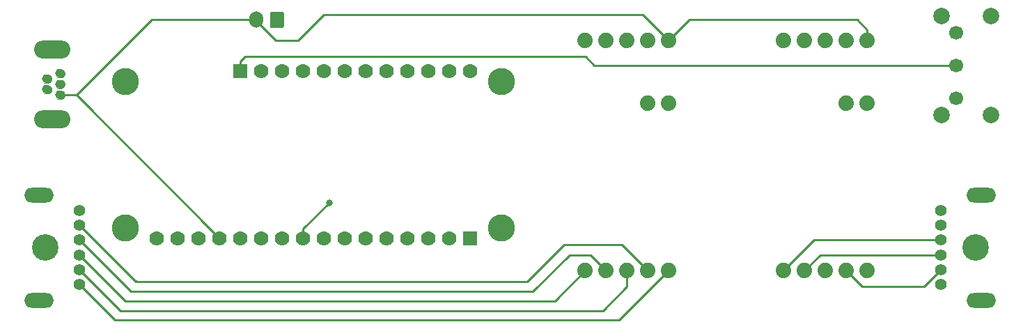
<source format=gbr>
G04 #@! TF.GenerationSoftware,KiCad,Pcbnew,5.0.2-5.fc29*
G04 #@! TF.CreationDate,2019-03-22T17:39:01+01:00*
G04 #@! TF.ProjectId,beieliscale-kicad,62656965-6c69-4736-9361-6c652d6b6963,rev?*
G04 #@! TF.SameCoordinates,Original*
G04 #@! TF.FileFunction,Copper,L1,Top*
G04 #@! TF.FilePolarity,Positive*
%FSLAX46Y46*%
G04 Gerber Fmt 4.6, Leading zero omitted, Abs format (unit mm)*
G04 Created by KiCad (PCBNEW 5.0.2-5.fc29) date Fr 22 Mär 2019 17:39:01 CET*
%MOMM*%
%LPD*%
G01*
G04 APERTURE LIST*
G04 #@! TA.AperFunction,EtchedComponent*
%ADD10C,0.000100*%
G04 #@! TD*
G04 #@! TA.AperFunction,ComponentPad*
%ADD11C,1.778000*%
G04 #@! TD*
G04 #@! TA.AperFunction,ComponentPad*
%ADD12R,1.778000X1.778000*%
G04 #@! TD*
G04 #@! TA.AperFunction,ComponentPad*
%ADD13C,3.302000*%
G04 #@! TD*
G04 #@! TA.AperFunction,ComponentPad*
%ADD14C,1.879600*%
G04 #@! TD*
G04 #@! TA.AperFunction,ComponentPad*
%ADD15C,3.216000*%
G04 #@! TD*
G04 #@! TA.AperFunction,ComponentPad*
%ADD16C,1.408000*%
G04 #@! TD*
G04 #@! TA.AperFunction,ComponentPad*
%ADD17O,3.600000X1.800000*%
G04 #@! TD*
G04 #@! TA.AperFunction,ComponentPad*
%ADD18C,1.000000*%
G04 #@! TD*
G04 #@! TA.AperFunction,ComponentPad*
%ADD19O,4.400000X2.200000*%
G04 #@! TD*
G04 #@! TA.AperFunction,Conductor*
%ADD20C,0.100000*%
G04 #@! TD*
G04 #@! TA.AperFunction,ComponentPad*
%ADD21C,1.700000*%
G04 #@! TD*
G04 #@! TA.AperFunction,ComponentPad*
%ADD22O,1.700000X2.000000*%
G04 #@! TD*
G04 #@! TA.AperFunction,ComponentPad*
%ADD23C,2.000000*%
G04 #@! TD*
G04 #@! TA.AperFunction,ViaPad*
%ADD24C,0.800000*%
G04 #@! TD*
G04 #@! TA.AperFunction,Conductor*
%ADD25C,0.250000*%
G04 #@! TD*
G04 APERTURE END LIST*
D10*
G04 #@! TO.C,J3*
X79540000Y-65935000D02*
X79840000Y-65935000D01*
G36*
X79540000Y-65935000D02*
X79740000Y-65935000D01*
X79766180Y-65935000D01*
X79818300Y-65940476D01*
X79869560Y-65951369D01*
X79919410Y-65967562D01*
X79967280Y-65988876D01*
X80012670Y-66015077D01*
X80055070Y-66045880D01*
X80094020Y-66080945D01*
X80129090Y-66119890D01*
X80159900Y-66162287D01*
X80186100Y-66207672D01*
X80207420Y-66255548D01*
X80223620Y-66305390D01*
X80234520Y-66356652D01*
X80240000Y-66408772D01*
X80240000Y-66461180D01*
X80234520Y-66513301D01*
X80223630Y-66564564D01*
X80207440Y-66614407D01*
X80186120Y-66662285D01*
X80159920Y-66707672D01*
X80129120Y-66750073D01*
X80094050Y-66789021D01*
X80055110Y-66824090D01*
X80012710Y-66854897D01*
X79967330Y-66881103D01*
X79919450Y-66902421D01*
X79869610Y-66918618D01*
X79818350Y-66929517D01*
X79766230Y-66934997D01*
X79740000Y-66935000D01*
X79540000Y-66935000D01*
X79540000Y-66785000D01*
X79549163Y-66785000D01*
X79567468Y-66784041D01*
X79585698Y-66782125D01*
X79603802Y-66779258D01*
X79621732Y-66775447D01*
X79639437Y-66770702D01*
X79656870Y-66765038D01*
X79673983Y-66758469D01*
X79690729Y-66751014D01*
X79707061Y-66742692D01*
X79722935Y-66733527D01*
X79738308Y-66723544D01*
X79753140Y-66712770D01*
X79767380Y-66701235D01*
X79781010Y-66688969D01*
X79793970Y-66676008D01*
X79806230Y-66662386D01*
X79817770Y-66648141D01*
X79828540Y-66633312D01*
X79838530Y-66617939D01*
X79847690Y-66602065D01*
X79856010Y-66585732D01*
X79863470Y-66568987D01*
X79870040Y-66551874D01*
X79875700Y-66534441D01*
X79880450Y-66516736D01*
X79884260Y-66498806D01*
X79887120Y-66480702D01*
X79889040Y-66462472D01*
X79890000Y-66444167D01*
X79890000Y-66435000D01*
X79890000Y-66425837D01*
X79889040Y-66407532D01*
X79887120Y-66389302D01*
X79884260Y-66371198D01*
X79880450Y-66353268D01*
X79875700Y-66335563D01*
X79870040Y-66318130D01*
X79863470Y-66301017D01*
X79856010Y-66284271D01*
X79847690Y-66267939D01*
X79838530Y-66252065D01*
X79828540Y-66236692D01*
X79817770Y-66221862D01*
X79806230Y-66207617D01*
X79793970Y-66193995D01*
X79781010Y-66181033D01*
X79767390Y-66168768D01*
X79753140Y-66157232D01*
X79738312Y-66146458D01*
X79722939Y-66136475D01*
X79707065Y-66127310D01*
X79690732Y-66118988D01*
X79673987Y-66111532D01*
X79656874Y-66104963D01*
X79639441Y-66099299D01*
X79621736Y-66094554D01*
X79603806Y-66090743D01*
X79585702Y-66087876D01*
X79567472Y-66085960D01*
X79549167Y-66085000D01*
X79540000Y-66085000D01*
X79540000Y-65935000D01*
G37*
X79540000Y-65935000D02*
X79740000Y-65935000D01*
X79766180Y-65935000D01*
X79818300Y-65940476D01*
X79869560Y-65951369D01*
X79919410Y-65967562D01*
X79967280Y-65988876D01*
X80012670Y-66015077D01*
X80055070Y-66045880D01*
X80094020Y-66080945D01*
X80129090Y-66119890D01*
X80159900Y-66162287D01*
X80186100Y-66207672D01*
X80207420Y-66255548D01*
X80223620Y-66305390D01*
X80234520Y-66356652D01*
X80240000Y-66408772D01*
X80240000Y-66461180D01*
X80234520Y-66513301D01*
X80223630Y-66564564D01*
X80207440Y-66614407D01*
X80186120Y-66662285D01*
X80159920Y-66707672D01*
X80129120Y-66750073D01*
X80094050Y-66789021D01*
X80055110Y-66824090D01*
X80012710Y-66854897D01*
X79967330Y-66881103D01*
X79919450Y-66902421D01*
X79869610Y-66918618D01*
X79818350Y-66929517D01*
X79766230Y-66934997D01*
X79740000Y-66935000D01*
X79540000Y-66935000D01*
X79540000Y-66785000D01*
X79549163Y-66785000D01*
X79567468Y-66784041D01*
X79585698Y-66782125D01*
X79603802Y-66779258D01*
X79621732Y-66775447D01*
X79639437Y-66770702D01*
X79656870Y-66765038D01*
X79673983Y-66758469D01*
X79690729Y-66751014D01*
X79707061Y-66742692D01*
X79722935Y-66733527D01*
X79738308Y-66723544D01*
X79753140Y-66712770D01*
X79767380Y-66701235D01*
X79781010Y-66688969D01*
X79793970Y-66676008D01*
X79806230Y-66662386D01*
X79817770Y-66648141D01*
X79828540Y-66633312D01*
X79838530Y-66617939D01*
X79847690Y-66602065D01*
X79856010Y-66585732D01*
X79863470Y-66568987D01*
X79870040Y-66551874D01*
X79875700Y-66534441D01*
X79880450Y-66516736D01*
X79884260Y-66498806D01*
X79887120Y-66480702D01*
X79889040Y-66462472D01*
X79890000Y-66444167D01*
X79890000Y-66435000D01*
X79890000Y-66425837D01*
X79889040Y-66407532D01*
X79887120Y-66389302D01*
X79884260Y-66371198D01*
X79880450Y-66353268D01*
X79875700Y-66335563D01*
X79870040Y-66318130D01*
X79863470Y-66301017D01*
X79856010Y-66284271D01*
X79847690Y-66267939D01*
X79838530Y-66252065D01*
X79828540Y-66236692D01*
X79817770Y-66221862D01*
X79806230Y-66207617D01*
X79793970Y-66193995D01*
X79781010Y-66181033D01*
X79767390Y-66168768D01*
X79753140Y-66157232D01*
X79738312Y-66146458D01*
X79722939Y-66136475D01*
X79707065Y-66127310D01*
X79690732Y-66118988D01*
X79673987Y-66111532D01*
X79656874Y-66104963D01*
X79639441Y-66099299D01*
X79621736Y-66094554D01*
X79603806Y-66090743D01*
X79585702Y-66087876D01*
X79567472Y-66085960D01*
X79549167Y-66085000D01*
X79540000Y-66085000D01*
X79540000Y-65935000D01*
G36*
X79540000Y-66935000D02*
X79340000Y-66935000D01*
X79366180Y-66935000D01*
X79418301Y-66929524D01*
X79469564Y-66918631D01*
X79519407Y-66902438D01*
X79567285Y-66881124D01*
X79612672Y-66854923D01*
X79655073Y-66824120D01*
X79694021Y-66789055D01*
X79729090Y-66750110D01*
X79759900Y-66707713D01*
X79786100Y-66662328D01*
X79807420Y-66614452D01*
X79823620Y-66564610D01*
X79834520Y-66513348D01*
X79840000Y-66461228D01*
X79840000Y-66408820D01*
X79834520Y-66356699D01*
X79823630Y-66305436D01*
X79807440Y-66255593D01*
X79786120Y-66207715D01*
X79759920Y-66162328D01*
X79729120Y-66119927D01*
X79694055Y-66080979D01*
X79655110Y-66045910D01*
X79612713Y-66015103D01*
X79567328Y-65988897D01*
X79519452Y-65967579D01*
X79469610Y-65951382D01*
X79418348Y-65940483D01*
X79366228Y-65935003D01*
X79340000Y-65935000D01*
X79540000Y-65935000D01*
X79540000Y-66085000D01*
X79530837Y-66085000D01*
X79512532Y-66085959D01*
X79494302Y-66087875D01*
X79476198Y-66090742D01*
X79458268Y-66094553D01*
X79440563Y-66099298D01*
X79423130Y-66104962D01*
X79406017Y-66111531D01*
X79389271Y-66118986D01*
X79372939Y-66127308D01*
X79357065Y-66136473D01*
X79341692Y-66146456D01*
X79326862Y-66157230D01*
X79312617Y-66168765D01*
X79298995Y-66181031D01*
X79286033Y-66193992D01*
X79273768Y-66207614D01*
X79262232Y-66221859D01*
X79251458Y-66236688D01*
X79241475Y-66252061D01*
X79232310Y-66267935D01*
X79223988Y-66284268D01*
X79216532Y-66301013D01*
X79209963Y-66318126D01*
X79204299Y-66335559D01*
X79199554Y-66353264D01*
X79195743Y-66371194D01*
X79192876Y-66389298D01*
X79190960Y-66407528D01*
X79190000Y-66425833D01*
X79190000Y-66435000D01*
X79190000Y-66444163D01*
X79190959Y-66462468D01*
X79192875Y-66480698D01*
X79195742Y-66498802D01*
X79199553Y-66516732D01*
X79204298Y-66534437D01*
X79209962Y-66551870D01*
X79216531Y-66568983D01*
X79223986Y-66585729D01*
X79232308Y-66602061D01*
X79241473Y-66617935D01*
X79251456Y-66633308D01*
X79262230Y-66648138D01*
X79273765Y-66662383D01*
X79286031Y-66676005D01*
X79298992Y-66688967D01*
X79312614Y-66701232D01*
X79326859Y-66712768D01*
X79341688Y-66723542D01*
X79357061Y-66733525D01*
X79372935Y-66742690D01*
X79389268Y-66751012D01*
X79406013Y-66758468D01*
X79423126Y-66765037D01*
X79440559Y-66770701D01*
X79458264Y-66775446D01*
X79476194Y-66779257D01*
X79494298Y-66782124D01*
X79512528Y-66784040D01*
X79530833Y-66785000D01*
X79540000Y-66785000D01*
X79540000Y-66935000D01*
G37*
X79540000Y-66935000D02*
X79340000Y-66935000D01*
X79366180Y-66935000D01*
X79418301Y-66929524D01*
X79469564Y-66918631D01*
X79519407Y-66902438D01*
X79567285Y-66881124D01*
X79612672Y-66854923D01*
X79655073Y-66824120D01*
X79694021Y-66789055D01*
X79729090Y-66750110D01*
X79759900Y-66707713D01*
X79786100Y-66662328D01*
X79807420Y-66614452D01*
X79823620Y-66564610D01*
X79834520Y-66513348D01*
X79840000Y-66461228D01*
X79840000Y-66408820D01*
X79834520Y-66356699D01*
X79823630Y-66305436D01*
X79807440Y-66255593D01*
X79786120Y-66207715D01*
X79759920Y-66162328D01*
X79729120Y-66119927D01*
X79694055Y-66080979D01*
X79655110Y-66045910D01*
X79612713Y-66015103D01*
X79567328Y-65988897D01*
X79519452Y-65967579D01*
X79469610Y-65951382D01*
X79418348Y-65940483D01*
X79366228Y-65935003D01*
X79340000Y-65935000D01*
X79540000Y-65935000D01*
X79540000Y-66085000D01*
X79530837Y-66085000D01*
X79512532Y-66085959D01*
X79494302Y-66087875D01*
X79476198Y-66090742D01*
X79458268Y-66094553D01*
X79440563Y-66099298D01*
X79423130Y-66104962D01*
X79406017Y-66111531D01*
X79389271Y-66118986D01*
X79372939Y-66127308D01*
X79357065Y-66136473D01*
X79341692Y-66146456D01*
X79326862Y-66157230D01*
X79312617Y-66168765D01*
X79298995Y-66181031D01*
X79286033Y-66193992D01*
X79273768Y-66207614D01*
X79262232Y-66221859D01*
X79251458Y-66236688D01*
X79241475Y-66252061D01*
X79232310Y-66267935D01*
X79223988Y-66284268D01*
X79216532Y-66301013D01*
X79209963Y-66318126D01*
X79204299Y-66335559D01*
X79199554Y-66353264D01*
X79195743Y-66371194D01*
X79192876Y-66389298D01*
X79190960Y-66407528D01*
X79190000Y-66425833D01*
X79190000Y-66435000D01*
X79190000Y-66444163D01*
X79190959Y-66462468D01*
X79192875Y-66480698D01*
X79195742Y-66498802D01*
X79199553Y-66516732D01*
X79204298Y-66534437D01*
X79209962Y-66551870D01*
X79216531Y-66568983D01*
X79223986Y-66585729D01*
X79232308Y-66602061D01*
X79241473Y-66617935D01*
X79251456Y-66633308D01*
X79262230Y-66648138D01*
X79273765Y-66662383D01*
X79286031Y-66676005D01*
X79298992Y-66688967D01*
X79312614Y-66701232D01*
X79326859Y-66712768D01*
X79341688Y-66723542D01*
X79357061Y-66733525D01*
X79372935Y-66742690D01*
X79389268Y-66751012D01*
X79406013Y-66758468D01*
X79423126Y-66765037D01*
X79440559Y-66770701D01*
X79458264Y-66775446D01*
X79476194Y-66779257D01*
X79494298Y-66782124D01*
X79512528Y-66784040D01*
X79530833Y-66785000D01*
X79540000Y-66785000D01*
X79540000Y-66935000D01*
X79540000Y-64635000D02*
X79840000Y-64635000D01*
G36*
X79540000Y-64635000D02*
X79740000Y-64635000D01*
X79766180Y-64635000D01*
X79818300Y-64640480D01*
X79869560Y-64651370D01*
X79919410Y-64667560D01*
X79967280Y-64688880D01*
X80012670Y-64715080D01*
X80055070Y-64745880D01*
X80094020Y-64780950D01*
X80129090Y-64819890D01*
X80159900Y-64862290D01*
X80186100Y-64907670D01*
X80207420Y-64955550D01*
X80223620Y-65005390D01*
X80234520Y-65056650D01*
X80240000Y-65108770D01*
X80240000Y-65161180D01*
X80234520Y-65213300D01*
X80223630Y-65264560D01*
X80207440Y-65314410D01*
X80186120Y-65362280D01*
X80159920Y-65407670D01*
X80129120Y-65450073D01*
X80094050Y-65489021D01*
X80055110Y-65524090D01*
X80012710Y-65554897D01*
X79967330Y-65581103D01*
X79919450Y-65602421D01*
X79869610Y-65618618D01*
X79818350Y-65629517D01*
X79766230Y-65634997D01*
X79740000Y-65635000D01*
X79540000Y-65635000D01*
X79540000Y-65485000D01*
X79549163Y-65485000D01*
X79567468Y-65484041D01*
X79585698Y-65482125D01*
X79603802Y-65479258D01*
X79621732Y-65475447D01*
X79639437Y-65470702D01*
X79656870Y-65465038D01*
X79673983Y-65458469D01*
X79690729Y-65451014D01*
X79707061Y-65442692D01*
X79722935Y-65433530D01*
X79738308Y-65423540D01*
X79753140Y-65412770D01*
X79767380Y-65401230D01*
X79781010Y-65388970D01*
X79793970Y-65376010D01*
X79806230Y-65362390D01*
X79817770Y-65348140D01*
X79828540Y-65333310D01*
X79838530Y-65317940D01*
X79847690Y-65302060D01*
X79856010Y-65285730D01*
X79863470Y-65268990D01*
X79870040Y-65251870D01*
X79875700Y-65234440D01*
X79880450Y-65216740D01*
X79884260Y-65198810D01*
X79887120Y-65180700D01*
X79889040Y-65162470D01*
X79890000Y-65144170D01*
X79890000Y-65135000D01*
X79890000Y-65125840D01*
X79889040Y-65107530D01*
X79887120Y-65089300D01*
X79884260Y-65071200D01*
X79880450Y-65053270D01*
X79875700Y-65035560D01*
X79870040Y-65018130D01*
X79863470Y-65001020D01*
X79856010Y-64984270D01*
X79847690Y-64967940D01*
X79838530Y-64952060D01*
X79828540Y-64936690D01*
X79817770Y-64921860D01*
X79806230Y-64907620D01*
X79793970Y-64893990D01*
X79781010Y-64881030D01*
X79767390Y-64868770D01*
X79753140Y-64857230D01*
X79738312Y-64846460D01*
X79722939Y-64836470D01*
X79707065Y-64827310D01*
X79690732Y-64818990D01*
X79673987Y-64811530D01*
X79656874Y-64804960D01*
X79639441Y-64799300D01*
X79621736Y-64794550D01*
X79603806Y-64790740D01*
X79585702Y-64787880D01*
X79567472Y-64785960D01*
X79549167Y-64785000D01*
X79540000Y-64785000D01*
X79540000Y-64635000D01*
G37*
X79540000Y-64635000D02*
X79740000Y-64635000D01*
X79766180Y-64635000D01*
X79818300Y-64640480D01*
X79869560Y-64651370D01*
X79919410Y-64667560D01*
X79967280Y-64688880D01*
X80012670Y-64715080D01*
X80055070Y-64745880D01*
X80094020Y-64780950D01*
X80129090Y-64819890D01*
X80159900Y-64862290D01*
X80186100Y-64907670D01*
X80207420Y-64955550D01*
X80223620Y-65005390D01*
X80234520Y-65056650D01*
X80240000Y-65108770D01*
X80240000Y-65161180D01*
X80234520Y-65213300D01*
X80223630Y-65264560D01*
X80207440Y-65314410D01*
X80186120Y-65362280D01*
X80159920Y-65407670D01*
X80129120Y-65450073D01*
X80094050Y-65489021D01*
X80055110Y-65524090D01*
X80012710Y-65554897D01*
X79967330Y-65581103D01*
X79919450Y-65602421D01*
X79869610Y-65618618D01*
X79818350Y-65629517D01*
X79766230Y-65634997D01*
X79740000Y-65635000D01*
X79540000Y-65635000D01*
X79540000Y-65485000D01*
X79549163Y-65485000D01*
X79567468Y-65484041D01*
X79585698Y-65482125D01*
X79603802Y-65479258D01*
X79621732Y-65475447D01*
X79639437Y-65470702D01*
X79656870Y-65465038D01*
X79673983Y-65458469D01*
X79690729Y-65451014D01*
X79707061Y-65442692D01*
X79722935Y-65433530D01*
X79738308Y-65423540D01*
X79753140Y-65412770D01*
X79767380Y-65401230D01*
X79781010Y-65388970D01*
X79793970Y-65376010D01*
X79806230Y-65362390D01*
X79817770Y-65348140D01*
X79828540Y-65333310D01*
X79838530Y-65317940D01*
X79847690Y-65302060D01*
X79856010Y-65285730D01*
X79863470Y-65268990D01*
X79870040Y-65251870D01*
X79875700Y-65234440D01*
X79880450Y-65216740D01*
X79884260Y-65198810D01*
X79887120Y-65180700D01*
X79889040Y-65162470D01*
X79890000Y-65144170D01*
X79890000Y-65135000D01*
X79890000Y-65125840D01*
X79889040Y-65107530D01*
X79887120Y-65089300D01*
X79884260Y-65071200D01*
X79880450Y-65053270D01*
X79875700Y-65035560D01*
X79870040Y-65018130D01*
X79863470Y-65001020D01*
X79856010Y-64984270D01*
X79847690Y-64967940D01*
X79838530Y-64952060D01*
X79828540Y-64936690D01*
X79817770Y-64921860D01*
X79806230Y-64907620D01*
X79793970Y-64893990D01*
X79781010Y-64881030D01*
X79767390Y-64868770D01*
X79753140Y-64857230D01*
X79738312Y-64846460D01*
X79722939Y-64836470D01*
X79707065Y-64827310D01*
X79690732Y-64818990D01*
X79673987Y-64811530D01*
X79656874Y-64804960D01*
X79639441Y-64799300D01*
X79621736Y-64794550D01*
X79603806Y-64790740D01*
X79585702Y-64787880D01*
X79567472Y-64785960D01*
X79549167Y-64785000D01*
X79540000Y-64785000D01*
X79540000Y-64635000D01*
G36*
X79540000Y-65635000D02*
X79340000Y-65635000D01*
X79366180Y-65635000D01*
X79418301Y-65629524D01*
X79469564Y-65618631D01*
X79519407Y-65602438D01*
X79567285Y-65581124D01*
X79612672Y-65554923D01*
X79655073Y-65524120D01*
X79694021Y-65489055D01*
X79729090Y-65450110D01*
X79759900Y-65407710D01*
X79786100Y-65362330D01*
X79807420Y-65314450D01*
X79823620Y-65264610D01*
X79834520Y-65213350D01*
X79840000Y-65161230D01*
X79840000Y-65108820D01*
X79834520Y-65056700D01*
X79823630Y-65005440D01*
X79807440Y-64955590D01*
X79786120Y-64907720D01*
X79759920Y-64862330D01*
X79729120Y-64819930D01*
X79694055Y-64780980D01*
X79655110Y-64745910D01*
X79612713Y-64715100D01*
X79567328Y-64688900D01*
X79519452Y-64667580D01*
X79469610Y-64651380D01*
X79418348Y-64640480D01*
X79366228Y-64635000D01*
X79340000Y-64635000D01*
X79540000Y-64635000D01*
X79540000Y-64785000D01*
X79530837Y-64785000D01*
X79512532Y-64785960D01*
X79494302Y-64787880D01*
X79476198Y-64790740D01*
X79458268Y-64794550D01*
X79440563Y-64799300D01*
X79423130Y-64804960D01*
X79406017Y-64811530D01*
X79389271Y-64818990D01*
X79372939Y-64827310D01*
X79357065Y-64836470D01*
X79341692Y-64846460D01*
X79326862Y-64857230D01*
X79312617Y-64868770D01*
X79298995Y-64881030D01*
X79286033Y-64893990D01*
X79273768Y-64907610D01*
X79262232Y-64921860D01*
X79251458Y-64936690D01*
X79241475Y-64952060D01*
X79232310Y-64967940D01*
X79223988Y-64984270D01*
X79216532Y-65001010D01*
X79209963Y-65018130D01*
X79204299Y-65035560D01*
X79199554Y-65053260D01*
X79195743Y-65071190D01*
X79192876Y-65089300D01*
X79190960Y-65107530D01*
X79190000Y-65125830D01*
X79190000Y-65135000D01*
X79190000Y-65144160D01*
X79190959Y-65162470D01*
X79192875Y-65180700D01*
X79195742Y-65198800D01*
X79199553Y-65216730D01*
X79204298Y-65234440D01*
X79209962Y-65251870D01*
X79216531Y-65268980D01*
X79223986Y-65285730D01*
X79232308Y-65302060D01*
X79241473Y-65317940D01*
X79251456Y-65333310D01*
X79262230Y-65348140D01*
X79273765Y-65362380D01*
X79286031Y-65376010D01*
X79298992Y-65388970D01*
X79312614Y-65401230D01*
X79326859Y-65412770D01*
X79341688Y-65423540D01*
X79357061Y-65433530D01*
X79372935Y-65442690D01*
X79389268Y-65451012D01*
X79406013Y-65458468D01*
X79423126Y-65465037D01*
X79440559Y-65470701D01*
X79458264Y-65475446D01*
X79476194Y-65479257D01*
X79494298Y-65482124D01*
X79512528Y-65484040D01*
X79530833Y-65485000D01*
X79540000Y-65485000D01*
X79540000Y-65635000D01*
G37*
X79540000Y-65635000D02*
X79340000Y-65635000D01*
X79366180Y-65635000D01*
X79418301Y-65629524D01*
X79469564Y-65618631D01*
X79519407Y-65602438D01*
X79567285Y-65581124D01*
X79612672Y-65554923D01*
X79655073Y-65524120D01*
X79694021Y-65489055D01*
X79729090Y-65450110D01*
X79759900Y-65407710D01*
X79786100Y-65362330D01*
X79807420Y-65314450D01*
X79823620Y-65264610D01*
X79834520Y-65213350D01*
X79840000Y-65161230D01*
X79840000Y-65108820D01*
X79834520Y-65056700D01*
X79823630Y-65005440D01*
X79807440Y-64955590D01*
X79786120Y-64907720D01*
X79759920Y-64862330D01*
X79729120Y-64819930D01*
X79694055Y-64780980D01*
X79655110Y-64745910D01*
X79612713Y-64715100D01*
X79567328Y-64688900D01*
X79519452Y-64667580D01*
X79469610Y-64651380D01*
X79418348Y-64640480D01*
X79366228Y-64635000D01*
X79340000Y-64635000D01*
X79540000Y-64635000D01*
X79540000Y-64785000D01*
X79530837Y-64785000D01*
X79512532Y-64785960D01*
X79494302Y-64787880D01*
X79476198Y-64790740D01*
X79458268Y-64794550D01*
X79440563Y-64799300D01*
X79423130Y-64804960D01*
X79406017Y-64811530D01*
X79389271Y-64818990D01*
X79372939Y-64827310D01*
X79357065Y-64836470D01*
X79341692Y-64846460D01*
X79326862Y-64857230D01*
X79312617Y-64868770D01*
X79298995Y-64881030D01*
X79286033Y-64893990D01*
X79273768Y-64907610D01*
X79262232Y-64921860D01*
X79251458Y-64936690D01*
X79241475Y-64952060D01*
X79232310Y-64967940D01*
X79223988Y-64984270D01*
X79216532Y-65001010D01*
X79209963Y-65018130D01*
X79204299Y-65035560D01*
X79199554Y-65053260D01*
X79195743Y-65071190D01*
X79192876Y-65089300D01*
X79190960Y-65107530D01*
X79190000Y-65125830D01*
X79190000Y-65135000D01*
X79190000Y-65144160D01*
X79190959Y-65162470D01*
X79192875Y-65180700D01*
X79195742Y-65198800D01*
X79199553Y-65216730D01*
X79204298Y-65234440D01*
X79209962Y-65251870D01*
X79216531Y-65268980D01*
X79223986Y-65285730D01*
X79232308Y-65302060D01*
X79241473Y-65317940D01*
X79251456Y-65333310D01*
X79262230Y-65348140D01*
X79273765Y-65362380D01*
X79286031Y-65376010D01*
X79298992Y-65388970D01*
X79312614Y-65401230D01*
X79326859Y-65412770D01*
X79341688Y-65423540D01*
X79357061Y-65433530D01*
X79372935Y-65442690D01*
X79389268Y-65451012D01*
X79406013Y-65458468D01*
X79423126Y-65465037D01*
X79440559Y-65470701D01*
X79458264Y-65475446D01*
X79476194Y-65479257D01*
X79494298Y-65482124D01*
X79512528Y-65484040D01*
X79530833Y-65485000D01*
X79540000Y-65485000D01*
X79540000Y-65635000D01*
X79540000Y-67235000D02*
X79840000Y-67235000D01*
G36*
X79540000Y-67235000D02*
X79740000Y-67235000D01*
X79766180Y-67235000D01*
X79818300Y-67240476D01*
X79869560Y-67251369D01*
X79919410Y-67267562D01*
X79967280Y-67288876D01*
X80012670Y-67315077D01*
X80055070Y-67345880D01*
X80094020Y-67380945D01*
X80129090Y-67419890D01*
X80159900Y-67462290D01*
X80186100Y-67507670D01*
X80207420Y-67555550D01*
X80223620Y-67605390D01*
X80234520Y-67656650D01*
X80240000Y-67708770D01*
X80240000Y-67761180D01*
X80234520Y-67813300D01*
X80223630Y-67864560D01*
X80207440Y-67914410D01*
X80186120Y-67962280D01*
X80159920Y-68007670D01*
X80129120Y-68050070D01*
X80094050Y-68089020D01*
X80055110Y-68124090D01*
X80012710Y-68154900D01*
X79967330Y-68181100D01*
X79919450Y-68202420D01*
X79869610Y-68218620D01*
X79818350Y-68229520D01*
X79766230Y-68235000D01*
X79740000Y-68235000D01*
X79540000Y-68235000D01*
X79540000Y-68085000D01*
X79549163Y-68085000D01*
X79567468Y-68084040D01*
X79585698Y-68082120D01*
X79603802Y-68079260D01*
X79621732Y-68075450D01*
X79639437Y-68070700D01*
X79656870Y-68065040D01*
X79673983Y-68058470D01*
X79690729Y-68051010D01*
X79707061Y-68042690D01*
X79722935Y-68033530D01*
X79738308Y-68023540D01*
X79753140Y-68012770D01*
X79767380Y-68001230D01*
X79781010Y-67988970D01*
X79793970Y-67976010D01*
X79806230Y-67962390D01*
X79817770Y-67948140D01*
X79828540Y-67933310D01*
X79838530Y-67917940D01*
X79847690Y-67902060D01*
X79856010Y-67885730D01*
X79863470Y-67868990D01*
X79870040Y-67851870D01*
X79875700Y-67834440D01*
X79880450Y-67816740D01*
X79884260Y-67798810D01*
X79887120Y-67780700D01*
X79889040Y-67762470D01*
X79890000Y-67744170D01*
X79890000Y-67735000D01*
X79890000Y-67725840D01*
X79889040Y-67707530D01*
X79887120Y-67689300D01*
X79884260Y-67671200D01*
X79880450Y-67653270D01*
X79875700Y-67635560D01*
X79870040Y-67618130D01*
X79863470Y-67601020D01*
X79856010Y-67584270D01*
X79847690Y-67567940D01*
X79838530Y-67552060D01*
X79828540Y-67536690D01*
X79817770Y-67521860D01*
X79806230Y-67507620D01*
X79793970Y-67493990D01*
X79781010Y-67481030D01*
X79767390Y-67468770D01*
X79753140Y-67457230D01*
X79738312Y-67446460D01*
X79722939Y-67436470D01*
X79707065Y-67427310D01*
X79690732Y-67418988D01*
X79673987Y-67411532D01*
X79656874Y-67404963D01*
X79639441Y-67399299D01*
X79621736Y-67394554D01*
X79603806Y-67390743D01*
X79585702Y-67387876D01*
X79567472Y-67385960D01*
X79549167Y-67385000D01*
X79540000Y-67385000D01*
X79540000Y-67235000D01*
G37*
X79540000Y-67235000D02*
X79740000Y-67235000D01*
X79766180Y-67235000D01*
X79818300Y-67240476D01*
X79869560Y-67251369D01*
X79919410Y-67267562D01*
X79967280Y-67288876D01*
X80012670Y-67315077D01*
X80055070Y-67345880D01*
X80094020Y-67380945D01*
X80129090Y-67419890D01*
X80159900Y-67462290D01*
X80186100Y-67507670D01*
X80207420Y-67555550D01*
X80223620Y-67605390D01*
X80234520Y-67656650D01*
X80240000Y-67708770D01*
X80240000Y-67761180D01*
X80234520Y-67813300D01*
X80223630Y-67864560D01*
X80207440Y-67914410D01*
X80186120Y-67962280D01*
X80159920Y-68007670D01*
X80129120Y-68050070D01*
X80094050Y-68089020D01*
X80055110Y-68124090D01*
X80012710Y-68154900D01*
X79967330Y-68181100D01*
X79919450Y-68202420D01*
X79869610Y-68218620D01*
X79818350Y-68229520D01*
X79766230Y-68235000D01*
X79740000Y-68235000D01*
X79540000Y-68235000D01*
X79540000Y-68085000D01*
X79549163Y-68085000D01*
X79567468Y-68084040D01*
X79585698Y-68082120D01*
X79603802Y-68079260D01*
X79621732Y-68075450D01*
X79639437Y-68070700D01*
X79656870Y-68065040D01*
X79673983Y-68058470D01*
X79690729Y-68051010D01*
X79707061Y-68042690D01*
X79722935Y-68033530D01*
X79738308Y-68023540D01*
X79753140Y-68012770D01*
X79767380Y-68001230D01*
X79781010Y-67988970D01*
X79793970Y-67976010D01*
X79806230Y-67962390D01*
X79817770Y-67948140D01*
X79828540Y-67933310D01*
X79838530Y-67917940D01*
X79847690Y-67902060D01*
X79856010Y-67885730D01*
X79863470Y-67868990D01*
X79870040Y-67851870D01*
X79875700Y-67834440D01*
X79880450Y-67816740D01*
X79884260Y-67798810D01*
X79887120Y-67780700D01*
X79889040Y-67762470D01*
X79890000Y-67744170D01*
X79890000Y-67735000D01*
X79890000Y-67725840D01*
X79889040Y-67707530D01*
X79887120Y-67689300D01*
X79884260Y-67671200D01*
X79880450Y-67653270D01*
X79875700Y-67635560D01*
X79870040Y-67618130D01*
X79863470Y-67601020D01*
X79856010Y-67584270D01*
X79847690Y-67567940D01*
X79838530Y-67552060D01*
X79828540Y-67536690D01*
X79817770Y-67521860D01*
X79806230Y-67507620D01*
X79793970Y-67493990D01*
X79781010Y-67481030D01*
X79767390Y-67468770D01*
X79753140Y-67457230D01*
X79738312Y-67446460D01*
X79722939Y-67436470D01*
X79707065Y-67427310D01*
X79690732Y-67418988D01*
X79673987Y-67411532D01*
X79656874Y-67404963D01*
X79639441Y-67399299D01*
X79621736Y-67394554D01*
X79603806Y-67390743D01*
X79585702Y-67387876D01*
X79567472Y-67385960D01*
X79549167Y-67385000D01*
X79540000Y-67385000D01*
X79540000Y-67235000D01*
G36*
X79540000Y-68235000D02*
X79340000Y-68235000D01*
X79366180Y-68235000D01*
X79418301Y-68229520D01*
X79469564Y-68218630D01*
X79519407Y-68202440D01*
X79567285Y-68181120D01*
X79612672Y-68154920D01*
X79655073Y-68124120D01*
X79694021Y-68089050D01*
X79729090Y-68050110D01*
X79759900Y-68007710D01*
X79786100Y-67962330D01*
X79807420Y-67914450D01*
X79823620Y-67864610D01*
X79834520Y-67813350D01*
X79840000Y-67761230D01*
X79840000Y-67708820D01*
X79834520Y-67656700D01*
X79823630Y-67605440D01*
X79807440Y-67555590D01*
X79786120Y-67507720D01*
X79759920Y-67462330D01*
X79729120Y-67419927D01*
X79694055Y-67380979D01*
X79655110Y-67345910D01*
X79612713Y-67315103D01*
X79567328Y-67288897D01*
X79519452Y-67267579D01*
X79469610Y-67251382D01*
X79418348Y-67240483D01*
X79366228Y-67235003D01*
X79340000Y-67235000D01*
X79540000Y-67235000D01*
X79540000Y-67385000D01*
X79530837Y-67385000D01*
X79512532Y-67385959D01*
X79494302Y-67387875D01*
X79476198Y-67390742D01*
X79458268Y-67394553D01*
X79440563Y-67399298D01*
X79423130Y-67404962D01*
X79406017Y-67411531D01*
X79389271Y-67418986D01*
X79372939Y-67427308D01*
X79357065Y-67436470D01*
X79341692Y-67446460D01*
X79326862Y-67457230D01*
X79312617Y-67468770D01*
X79298995Y-67481030D01*
X79286033Y-67493990D01*
X79273768Y-67507610D01*
X79262232Y-67521860D01*
X79251458Y-67536690D01*
X79241475Y-67552060D01*
X79232310Y-67567940D01*
X79223988Y-67584270D01*
X79216532Y-67601010D01*
X79209963Y-67618130D01*
X79204299Y-67635560D01*
X79199554Y-67653260D01*
X79195743Y-67671190D01*
X79192876Y-67689300D01*
X79190960Y-67707530D01*
X79190000Y-67725830D01*
X79190000Y-67735000D01*
X79190000Y-67744160D01*
X79190959Y-67762470D01*
X79192875Y-67780700D01*
X79195742Y-67798800D01*
X79199553Y-67816730D01*
X79204298Y-67834440D01*
X79209962Y-67851870D01*
X79216531Y-67868980D01*
X79223986Y-67885730D01*
X79232308Y-67902060D01*
X79241473Y-67917940D01*
X79251456Y-67933310D01*
X79262230Y-67948140D01*
X79273765Y-67962380D01*
X79286031Y-67976010D01*
X79298992Y-67988970D01*
X79312614Y-68001230D01*
X79326859Y-68012770D01*
X79341688Y-68023540D01*
X79357061Y-68033530D01*
X79372935Y-68042690D01*
X79389268Y-68051010D01*
X79406013Y-68058470D01*
X79423126Y-68065040D01*
X79440559Y-68070700D01*
X79458264Y-68075450D01*
X79476194Y-68079260D01*
X79494298Y-68082120D01*
X79512528Y-68084040D01*
X79530833Y-68085000D01*
X79540000Y-68085000D01*
X79540000Y-68235000D01*
G37*
X79540000Y-68235000D02*
X79340000Y-68235000D01*
X79366180Y-68235000D01*
X79418301Y-68229520D01*
X79469564Y-68218630D01*
X79519407Y-68202440D01*
X79567285Y-68181120D01*
X79612672Y-68154920D01*
X79655073Y-68124120D01*
X79694021Y-68089050D01*
X79729090Y-68050110D01*
X79759900Y-68007710D01*
X79786100Y-67962330D01*
X79807420Y-67914450D01*
X79823620Y-67864610D01*
X79834520Y-67813350D01*
X79840000Y-67761230D01*
X79840000Y-67708820D01*
X79834520Y-67656700D01*
X79823630Y-67605440D01*
X79807440Y-67555590D01*
X79786120Y-67507720D01*
X79759920Y-67462330D01*
X79729120Y-67419927D01*
X79694055Y-67380979D01*
X79655110Y-67345910D01*
X79612713Y-67315103D01*
X79567328Y-67288897D01*
X79519452Y-67267579D01*
X79469610Y-67251382D01*
X79418348Y-67240483D01*
X79366228Y-67235003D01*
X79340000Y-67235000D01*
X79540000Y-67235000D01*
X79540000Y-67385000D01*
X79530837Y-67385000D01*
X79512532Y-67385959D01*
X79494302Y-67387875D01*
X79476198Y-67390742D01*
X79458268Y-67394553D01*
X79440563Y-67399298D01*
X79423130Y-67404962D01*
X79406017Y-67411531D01*
X79389271Y-67418986D01*
X79372939Y-67427308D01*
X79357065Y-67436470D01*
X79341692Y-67446460D01*
X79326862Y-67457230D01*
X79312617Y-67468770D01*
X79298995Y-67481030D01*
X79286033Y-67493990D01*
X79273768Y-67507610D01*
X79262232Y-67521860D01*
X79251458Y-67536690D01*
X79241475Y-67552060D01*
X79232310Y-67567940D01*
X79223988Y-67584270D01*
X79216532Y-67601010D01*
X79209963Y-67618130D01*
X79204299Y-67635560D01*
X79199554Y-67653260D01*
X79195743Y-67671190D01*
X79192876Y-67689300D01*
X79190960Y-67707530D01*
X79190000Y-67725830D01*
X79190000Y-67735000D01*
X79190000Y-67744160D01*
X79190959Y-67762470D01*
X79192875Y-67780700D01*
X79195742Y-67798800D01*
X79199553Y-67816730D01*
X79204298Y-67834440D01*
X79209962Y-67851870D01*
X79216531Y-67868980D01*
X79223986Y-67885730D01*
X79232308Y-67902060D01*
X79241473Y-67917940D01*
X79251456Y-67933310D01*
X79262230Y-67948140D01*
X79273765Y-67962380D01*
X79286031Y-67976010D01*
X79298992Y-67988970D01*
X79312614Y-68001230D01*
X79326859Y-68012770D01*
X79341688Y-68023540D01*
X79357061Y-68033530D01*
X79372935Y-68042690D01*
X79389268Y-68051010D01*
X79406013Y-68058470D01*
X79423126Y-68065040D01*
X79440559Y-68070700D01*
X79458264Y-68075450D01*
X79476194Y-68079260D01*
X79494298Y-68082120D01*
X79512528Y-68084040D01*
X79530833Y-68085000D01*
X79540000Y-68085000D01*
X79540000Y-68235000D01*
X77940000Y-66585000D02*
X78240000Y-66585000D01*
G36*
X77940000Y-66585000D02*
X78140000Y-66585000D01*
X78166180Y-66585000D01*
X78218301Y-66590476D01*
X78269564Y-66601369D01*
X78319407Y-66617562D01*
X78367285Y-66638876D01*
X78412672Y-66665077D01*
X78455073Y-66695880D01*
X78494021Y-66730945D01*
X78529090Y-66769890D01*
X78559897Y-66812287D01*
X78586103Y-66857672D01*
X78607421Y-66905548D01*
X78623618Y-66955390D01*
X78634517Y-67006652D01*
X78639997Y-67058772D01*
X78640000Y-67111180D01*
X78634524Y-67163301D01*
X78623631Y-67214564D01*
X78607438Y-67264407D01*
X78586124Y-67312285D01*
X78559923Y-67357672D01*
X78529120Y-67400073D01*
X78494055Y-67439020D01*
X78455110Y-67474090D01*
X78412713Y-67504900D01*
X78367328Y-67531100D01*
X78319452Y-67552420D01*
X78269610Y-67568620D01*
X78218348Y-67579520D01*
X78166228Y-67585000D01*
X78140000Y-67585000D01*
X77940000Y-67585000D01*
X77940000Y-67435000D01*
X77949163Y-67435000D01*
X77967468Y-67434041D01*
X77985698Y-67432125D01*
X78003802Y-67429258D01*
X78021732Y-67425447D01*
X78039437Y-67420702D01*
X78056870Y-67415038D01*
X78073983Y-67408469D01*
X78090729Y-67401014D01*
X78107061Y-67392692D01*
X78122935Y-67383527D01*
X78138308Y-67373544D01*
X78153138Y-67362770D01*
X78167383Y-67351235D01*
X78181005Y-67338969D01*
X78193967Y-67326008D01*
X78206232Y-67312386D01*
X78217768Y-67298141D01*
X78228542Y-67283312D01*
X78238525Y-67267939D01*
X78247690Y-67252065D01*
X78256012Y-67235732D01*
X78263468Y-67218987D01*
X78270037Y-67201874D01*
X78275701Y-67184441D01*
X78280446Y-67166736D01*
X78284257Y-67148806D01*
X78287124Y-67130702D01*
X78289040Y-67112472D01*
X78290000Y-67094167D01*
X78290000Y-67085000D01*
X78290000Y-67075837D01*
X78289041Y-67057532D01*
X78287125Y-67039302D01*
X78284258Y-67021198D01*
X78280447Y-67003268D01*
X78275702Y-66985563D01*
X78270038Y-66968130D01*
X78263469Y-66951017D01*
X78256014Y-66934271D01*
X78247692Y-66917939D01*
X78238527Y-66902065D01*
X78228544Y-66886692D01*
X78217770Y-66871862D01*
X78206235Y-66857617D01*
X78193969Y-66843995D01*
X78181008Y-66831033D01*
X78167386Y-66818768D01*
X78153141Y-66807232D01*
X78138312Y-66796458D01*
X78122939Y-66786475D01*
X78107065Y-66777310D01*
X78090732Y-66768988D01*
X78073987Y-66761532D01*
X78056874Y-66754963D01*
X78039441Y-66749299D01*
X78021736Y-66744554D01*
X78003806Y-66740743D01*
X77985702Y-66737876D01*
X77967472Y-66735960D01*
X77949167Y-66735000D01*
X77940000Y-66735000D01*
X77940000Y-66585000D01*
G37*
X77940000Y-66585000D02*
X78140000Y-66585000D01*
X78166180Y-66585000D01*
X78218301Y-66590476D01*
X78269564Y-66601369D01*
X78319407Y-66617562D01*
X78367285Y-66638876D01*
X78412672Y-66665077D01*
X78455073Y-66695880D01*
X78494021Y-66730945D01*
X78529090Y-66769890D01*
X78559897Y-66812287D01*
X78586103Y-66857672D01*
X78607421Y-66905548D01*
X78623618Y-66955390D01*
X78634517Y-67006652D01*
X78639997Y-67058772D01*
X78640000Y-67111180D01*
X78634524Y-67163301D01*
X78623631Y-67214564D01*
X78607438Y-67264407D01*
X78586124Y-67312285D01*
X78559923Y-67357672D01*
X78529120Y-67400073D01*
X78494055Y-67439020D01*
X78455110Y-67474090D01*
X78412713Y-67504900D01*
X78367328Y-67531100D01*
X78319452Y-67552420D01*
X78269610Y-67568620D01*
X78218348Y-67579520D01*
X78166228Y-67585000D01*
X78140000Y-67585000D01*
X77940000Y-67585000D01*
X77940000Y-67435000D01*
X77949163Y-67435000D01*
X77967468Y-67434041D01*
X77985698Y-67432125D01*
X78003802Y-67429258D01*
X78021732Y-67425447D01*
X78039437Y-67420702D01*
X78056870Y-67415038D01*
X78073983Y-67408469D01*
X78090729Y-67401014D01*
X78107061Y-67392692D01*
X78122935Y-67383527D01*
X78138308Y-67373544D01*
X78153138Y-67362770D01*
X78167383Y-67351235D01*
X78181005Y-67338969D01*
X78193967Y-67326008D01*
X78206232Y-67312386D01*
X78217768Y-67298141D01*
X78228542Y-67283312D01*
X78238525Y-67267939D01*
X78247690Y-67252065D01*
X78256012Y-67235732D01*
X78263468Y-67218987D01*
X78270037Y-67201874D01*
X78275701Y-67184441D01*
X78280446Y-67166736D01*
X78284257Y-67148806D01*
X78287124Y-67130702D01*
X78289040Y-67112472D01*
X78290000Y-67094167D01*
X78290000Y-67085000D01*
X78290000Y-67075837D01*
X78289041Y-67057532D01*
X78287125Y-67039302D01*
X78284258Y-67021198D01*
X78280447Y-67003268D01*
X78275702Y-66985563D01*
X78270038Y-66968130D01*
X78263469Y-66951017D01*
X78256014Y-66934271D01*
X78247692Y-66917939D01*
X78238527Y-66902065D01*
X78228544Y-66886692D01*
X78217770Y-66871862D01*
X78206235Y-66857617D01*
X78193969Y-66843995D01*
X78181008Y-66831033D01*
X78167386Y-66818768D01*
X78153141Y-66807232D01*
X78138312Y-66796458D01*
X78122939Y-66786475D01*
X78107065Y-66777310D01*
X78090732Y-66768988D01*
X78073987Y-66761532D01*
X78056874Y-66754963D01*
X78039441Y-66749299D01*
X78021736Y-66744554D01*
X78003806Y-66740743D01*
X77985702Y-66737876D01*
X77967472Y-66735960D01*
X77949167Y-66735000D01*
X77940000Y-66735000D01*
X77940000Y-66585000D01*
G36*
X77940000Y-67585000D02*
X77740000Y-67585000D01*
X77766180Y-67585000D01*
X77818301Y-67579520D01*
X77869564Y-67568630D01*
X77919407Y-67552440D01*
X77967285Y-67531120D01*
X78012672Y-67504920D01*
X78055073Y-67474120D01*
X78094021Y-67439050D01*
X78129090Y-67400110D01*
X78159897Y-67357713D01*
X78186103Y-67312328D01*
X78207421Y-67264452D01*
X78223618Y-67214610D01*
X78234517Y-67163348D01*
X78239997Y-67111228D01*
X78240000Y-67058820D01*
X78234524Y-67006699D01*
X78223631Y-66955436D01*
X78207438Y-66905593D01*
X78186124Y-66857715D01*
X78159923Y-66812328D01*
X78129120Y-66769927D01*
X78094055Y-66730979D01*
X78055110Y-66695910D01*
X78012713Y-66665103D01*
X77967328Y-66638897D01*
X77919452Y-66617579D01*
X77869610Y-66601382D01*
X77818348Y-66590483D01*
X77766228Y-66585003D01*
X77740000Y-66585000D01*
X77940000Y-66585000D01*
X77940000Y-66735000D01*
X77930837Y-66735000D01*
X77912532Y-66735959D01*
X77894302Y-66737875D01*
X77876198Y-66740742D01*
X77858268Y-66744553D01*
X77840563Y-66749298D01*
X77823130Y-66754962D01*
X77806017Y-66761531D01*
X77789271Y-66768986D01*
X77772939Y-66777308D01*
X77757065Y-66786473D01*
X77741692Y-66796456D01*
X77726860Y-66807230D01*
X77712620Y-66818765D01*
X77698990Y-66831031D01*
X77686030Y-66843992D01*
X77673770Y-66857614D01*
X77662230Y-66871859D01*
X77651460Y-66886688D01*
X77641470Y-66902061D01*
X77632310Y-66917935D01*
X77623990Y-66934268D01*
X77616530Y-66951013D01*
X77609960Y-66968126D01*
X77604300Y-66985559D01*
X77599550Y-67003264D01*
X77595740Y-67021194D01*
X77592880Y-67039298D01*
X77590960Y-67057528D01*
X77590000Y-67075833D01*
X77590000Y-67085000D01*
X77590000Y-67094163D01*
X77590960Y-67112468D01*
X77592880Y-67130698D01*
X77595740Y-67148802D01*
X77599550Y-67166732D01*
X77604300Y-67184437D01*
X77609960Y-67201870D01*
X77616530Y-67218983D01*
X77623990Y-67235729D01*
X77632310Y-67252061D01*
X77641470Y-67267935D01*
X77651460Y-67283308D01*
X77662230Y-67298138D01*
X77673770Y-67312383D01*
X77686030Y-67326005D01*
X77698990Y-67338967D01*
X77712610Y-67351232D01*
X77726860Y-67362768D01*
X77741688Y-67373542D01*
X77757061Y-67383525D01*
X77772935Y-67392690D01*
X77789268Y-67401012D01*
X77806013Y-67408468D01*
X77823126Y-67415037D01*
X77840559Y-67420701D01*
X77858264Y-67425446D01*
X77876194Y-67429257D01*
X77894298Y-67432124D01*
X77912528Y-67434040D01*
X77930833Y-67435000D01*
X77940000Y-67435000D01*
X77940000Y-67585000D01*
G37*
X77940000Y-67585000D02*
X77740000Y-67585000D01*
X77766180Y-67585000D01*
X77818301Y-67579520D01*
X77869564Y-67568630D01*
X77919407Y-67552440D01*
X77967285Y-67531120D01*
X78012672Y-67504920D01*
X78055073Y-67474120D01*
X78094021Y-67439050D01*
X78129090Y-67400110D01*
X78159897Y-67357713D01*
X78186103Y-67312328D01*
X78207421Y-67264452D01*
X78223618Y-67214610D01*
X78234517Y-67163348D01*
X78239997Y-67111228D01*
X78240000Y-67058820D01*
X78234524Y-67006699D01*
X78223631Y-66955436D01*
X78207438Y-66905593D01*
X78186124Y-66857715D01*
X78159923Y-66812328D01*
X78129120Y-66769927D01*
X78094055Y-66730979D01*
X78055110Y-66695910D01*
X78012713Y-66665103D01*
X77967328Y-66638897D01*
X77919452Y-66617579D01*
X77869610Y-66601382D01*
X77818348Y-66590483D01*
X77766228Y-66585003D01*
X77740000Y-66585000D01*
X77940000Y-66585000D01*
X77940000Y-66735000D01*
X77930837Y-66735000D01*
X77912532Y-66735959D01*
X77894302Y-66737875D01*
X77876198Y-66740742D01*
X77858268Y-66744553D01*
X77840563Y-66749298D01*
X77823130Y-66754962D01*
X77806017Y-66761531D01*
X77789271Y-66768986D01*
X77772939Y-66777308D01*
X77757065Y-66786473D01*
X77741692Y-66796456D01*
X77726860Y-66807230D01*
X77712620Y-66818765D01*
X77698990Y-66831031D01*
X77686030Y-66843992D01*
X77673770Y-66857614D01*
X77662230Y-66871859D01*
X77651460Y-66886688D01*
X77641470Y-66902061D01*
X77632310Y-66917935D01*
X77623990Y-66934268D01*
X77616530Y-66951013D01*
X77609960Y-66968126D01*
X77604300Y-66985559D01*
X77599550Y-67003264D01*
X77595740Y-67021194D01*
X77592880Y-67039298D01*
X77590960Y-67057528D01*
X77590000Y-67075833D01*
X77590000Y-67085000D01*
X77590000Y-67094163D01*
X77590960Y-67112468D01*
X77592880Y-67130698D01*
X77595740Y-67148802D01*
X77599550Y-67166732D01*
X77604300Y-67184437D01*
X77609960Y-67201870D01*
X77616530Y-67218983D01*
X77623990Y-67235729D01*
X77632310Y-67252061D01*
X77641470Y-67267935D01*
X77651460Y-67283308D01*
X77662230Y-67298138D01*
X77673770Y-67312383D01*
X77686030Y-67326005D01*
X77698990Y-67338967D01*
X77712610Y-67351232D01*
X77726860Y-67362768D01*
X77741688Y-67373542D01*
X77757061Y-67383525D01*
X77772935Y-67392690D01*
X77789268Y-67401012D01*
X77806013Y-67408468D01*
X77823126Y-67415037D01*
X77840559Y-67420701D01*
X77858264Y-67425446D01*
X77876194Y-67429257D01*
X77894298Y-67432124D01*
X77912528Y-67434040D01*
X77930833Y-67435000D01*
X77940000Y-67435000D01*
X77940000Y-67585000D01*
X77940000Y-65285000D02*
X78240000Y-65285000D01*
G36*
X77940000Y-65285000D02*
X78140000Y-65285000D01*
X78166180Y-65285000D01*
X78218301Y-65290480D01*
X78269564Y-65301370D01*
X78319407Y-65317560D01*
X78367285Y-65338880D01*
X78412672Y-65365080D01*
X78455073Y-65395880D01*
X78494021Y-65430950D01*
X78529090Y-65469890D01*
X78559897Y-65512287D01*
X78586103Y-65557672D01*
X78607421Y-65605548D01*
X78623618Y-65655390D01*
X78634517Y-65706652D01*
X78639997Y-65758772D01*
X78640000Y-65811180D01*
X78634524Y-65863301D01*
X78623631Y-65914564D01*
X78607438Y-65964407D01*
X78586124Y-66012285D01*
X78559923Y-66057672D01*
X78529120Y-66100073D01*
X78494055Y-66139021D01*
X78455110Y-66174090D01*
X78412713Y-66204897D01*
X78367328Y-66231103D01*
X78319452Y-66252421D01*
X78269610Y-66268618D01*
X78218348Y-66279517D01*
X78166228Y-66284997D01*
X78140000Y-66285000D01*
X77940000Y-66285000D01*
X77940000Y-66135000D01*
X77949163Y-66135000D01*
X77967468Y-66134041D01*
X77985698Y-66132125D01*
X78003802Y-66129258D01*
X78021732Y-66125447D01*
X78039437Y-66120702D01*
X78056870Y-66115038D01*
X78073983Y-66108469D01*
X78090729Y-66101014D01*
X78107061Y-66092692D01*
X78122935Y-66083527D01*
X78138308Y-66073544D01*
X78153138Y-66062770D01*
X78167383Y-66051235D01*
X78181005Y-66038969D01*
X78193967Y-66026008D01*
X78206232Y-66012386D01*
X78217768Y-65998141D01*
X78228542Y-65983312D01*
X78238525Y-65967939D01*
X78247690Y-65952065D01*
X78256012Y-65935732D01*
X78263468Y-65918987D01*
X78270037Y-65901874D01*
X78275701Y-65884441D01*
X78280446Y-65866736D01*
X78284257Y-65848806D01*
X78287124Y-65830702D01*
X78289040Y-65812472D01*
X78290000Y-65794167D01*
X78290000Y-65785000D01*
X78290000Y-65775837D01*
X78289041Y-65757532D01*
X78287125Y-65739302D01*
X78284258Y-65721198D01*
X78280447Y-65703268D01*
X78275702Y-65685563D01*
X78270038Y-65668130D01*
X78263469Y-65651017D01*
X78256014Y-65634271D01*
X78247692Y-65617939D01*
X78238527Y-65602065D01*
X78228544Y-65586692D01*
X78217770Y-65571862D01*
X78206235Y-65557617D01*
X78193969Y-65543995D01*
X78181008Y-65531033D01*
X78167386Y-65518768D01*
X78153141Y-65507232D01*
X78138312Y-65496458D01*
X78122939Y-65486475D01*
X78107065Y-65477310D01*
X78090732Y-65468988D01*
X78073987Y-65461532D01*
X78056874Y-65454963D01*
X78039441Y-65449299D01*
X78021736Y-65444554D01*
X78003806Y-65440743D01*
X77985702Y-65437876D01*
X77967472Y-65435960D01*
X77949167Y-65435000D01*
X77940000Y-65435000D01*
X77940000Y-65285000D01*
G37*
X77940000Y-65285000D02*
X78140000Y-65285000D01*
X78166180Y-65285000D01*
X78218301Y-65290480D01*
X78269564Y-65301370D01*
X78319407Y-65317560D01*
X78367285Y-65338880D01*
X78412672Y-65365080D01*
X78455073Y-65395880D01*
X78494021Y-65430950D01*
X78529090Y-65469890D01*
X78559897Y-65512287D01*
X78586103Y-65557672D01*
X78607421Y-65605548D01*
X78623618Y-65655390D01*
X78634517Y-65706652D01*
X78639997Y-65758772D01*
X78640000Y-65811180D01*
X78634524Y-65863301D01*
X78623631Y-65914564D01*
X78607438Y-65964407D01*
X78586124Y-66012285D01*
X78559923Y-66057672D01*
X78529120Y-66100073D01*
X78494055Y-66139021D01*
X78455110Y-66174090D01*
X78412713Y-66204897D01*
X78367328Y-66231103D01*
X78319452Y-66252421D01*
X78269610Y-66268618D01*
X78218348Y-66279517D01*
X78166228Y-66284997D01*
X78140000Y-66285000D01*
X77940000Y-66285000D01*
X77940000Y-66135000D01*
X77949163Y-66135000D01*
X77967468Y-66134041D01*
X77985698Y-66132125D01*
X78003802Y-66129258D01*
X78021732Y-66125447D01*
X78039437Y-66120702D01*
X78056870Y-66115038D01*
X78073983Y-66108469D01*
X78090729Y-66101014D01*
X78107061Y-66092692D01*
X78122935Y-66083527D01*
X78138308Y-66073544D01*
X78153138Y-66062770D01*
X78167383Y-66051235D01*
X78181005Y-66038969D01*
X78193967Y-66026008D01*
X78206232Y-66012386D01*
X78217768Y-65998141D01*
X78228542Y-65983312D01*
X78238525Y-65967939D01*
X78247690Y-65952065D01*
X78256012Y-65935732D01*
X78263468Y-65918987D01*
X78270037Y-65901874D01*
X78275701Y-65884441D01*
X78280446Y-65866736D01*
X78284257Y-65848806D01*
X78287124Y-65830702D01*
X78289040Y-65812472D01*
X78290000Y-65794167D01*
X78290000Y-65785000D01*
X78290000Y-65775837D01*
X78289041Y-65757532D01*
X78287125Y-65739302D01*
X78284258Y-65721198D01*
X78280447Y-65703268D01*
X78275702Y-65685563D01*
X78270038Y-65668130D01*
X78263469Y-65651017D01*
X78256014Y-65634271D01*
X78247692Y-65617939D01*
X78238527Y-65602065D01*
X78228544Y-65586692D01*
X78217770Y-65571862D01*
X78206235Y-65557617D01*
X78193969Y-65543995D01*
X78181008Y-65531033D01*
X78167386Y-65518768D01*
X78153141Y-65507232D01*
X78138312Y-65496458D01*
X78122939Y-65486475D01*
X78107065Y-65477310D01*
X78090732Y-65468988D01*
X78073987Y-65461532D01*
X78056874Y-65454963D01*
X78039441Y-65449299D01*
X78021736Y-65444554D01*
X78003806Y-65440743D01*
X77985702Y-65437876D01*
X77967472Y-65435960D01*
X77949167Y-65435000D01*
X77940000Y-65435000D01*
X77940000Y-65285000D01*
G36*
X77940000Y-66285000D02*
X77740000Y-66285000D01*
X77766180Y-66285000D01*
X77818301Y-66279524D01*
X77869564Y-66268631D01*
X77919407Y-66252438D01*
X77967285Y-66231124D01*
X78012672Y-66204923D01*
X78055073Y-66174120D01*
X78094021Y-66139055D01*
X78129090Y-66100110D01*
X78159897Y-66057713D01*
X78186103Y-66012328D01*
X78207421Y-65964452D01*
X78223618Y-65914610D01*
X78234517Y-65863348D01*
X78239997Y-65811228D01*
X78240000Y-65758820D01*
X78234524Y-65706699D01*
X78223631Y-65655436D01*
X78207438Y-65605593D01*
X78186124Y-65557715D01*
X78159923Y-65512328D01*
X78129120Y-65469927D01*
X78094055Y-65430980D01*
X78055110Y-65395910D01*
X78012713Y-65365100D01*
X77967328Y-65338900D01*
X77919452Y-65317580D01*
X77869610Y-65301380D01*
X77818348Y-65290480D01*
X77766228Y-65285000D01*
X77740000Y-65285000D01*
X77940000Y-65285000D01*
X77940000Y-65435000D01*
X77930837Y-65435000D01*
X77912532Y-65435959D01*
X77894302Y-65437875D01*
X77876198Y-65440742D01*
X77858268Y-65444553D01*
X77840563Y-65449298D01*
X77823130Y-65454962D01*
X77806017Y-65461531D01*
X77789271Y-65468986D01*
X77772939Y-65477308D01*
X77757065Y-65486473D01*
X77741692Y-65496456D01*
X77726860Y-65507230D01*
X77712620Y-65518765D01*
X77698990Y-65531031D01*
X77686030Y-65543992D01*
X77673770Y-65557614D01*
X77662230Y-65571859D01*
X77651460Y-65586688D01*
X77641470Y-65602061D01*
X77632310Y-65617935D01*
X77623990Y-65634268D01*
X77616530Y-65651013D01*
X77609960Y-65668126D01*
X77604300Y-65685559D01*
X77599550Y-65703264D01*
X77595740Y-65721194D01*
X77592880Y-65739298D01*
X77590960Y-65757528D01*
X77590000Y-65775833D01*
X77590000Y-65785000D01*
X77590000Y-65794163D01*
X77590960Y-65812468D01*
X77592880Y-65830698D01*
X77595740Y-65848802D01*
X77599550Y-65866732D01*
X77604300Y-65884437D01*
X77609960Y-65901870D01*
X77616530Y-65918983D01*
X77623990Y-65935729D01*
X77632310Y-65952061D01*
X77641470Y-65967935D01*
X77651460Y-65983308D01*
X77662230Y-65998138D01*
X77673770Y-66012383D01*
X77686030Y-66026005D01*
X77698990Y-66038967D01*
X77712610Y-66051232D01*
X77726860Y-66062768D01*
X77741688Y-66073542D01*
X77757061Y-66083525D01*
X77772935Y-66092690D01*
X77789268Y-66101012D01*
X77806013Y-66108468D01*
X77823126Y-66115037D01*
X77840559Y-66120701D01*
X77858264Y-66125446D01*
X77876194Y-66129257D01*
X77894298Y-66132124D01*
X77912528Y-66134040D01*
X77930833Y-66135000D01*
X77940000Y-66135000D01*
X77940000Y-66285000D01*
G37*
X77940000Y-66285000D02*
X77740000Y-66285000D01*
X77766180Y-66285000D01*
X77818301Y-66279524D01*
X77869564Y-66268631D01*
X77919407Y-66252438D01*
X77967285Y-66231124D01*
X78012672Y-66204923D01*
X78055073Y-66174120D01*
X78094021Y-66139055D01*
X78129090Y-66100110D01*
X78159897Y-66057713D01*
X78186103Y-66012328D01*
X78207421Y-65964452D01*
X78223618Y-65914610D01*
X78234517Y-65863348D01*
X78239997Y-65811228D01*
X78240000Y-65758820D01*
X78234524Y-65706699D01*
X78223631Y-65655436D01*
X78207438Y-65605593D01*
X78186124Y-65557715D01*
X78159923Y-65512328D01*
X78129120Y-65469927D01*
X78094055Y-65430980D01*
X78055110Y-65395910D01*
X78012713Y-65365100D01*
X77967328Y-65338900D01*
X77919452Y-65317580D01*
X77869610Y-65301380D01*
X77818348Y-65290480D01*
X77766228Y-65285000D01*
X77740000Y-65285000D01*
X77940000Y-65285000D01*
X77940000Y-65435000D01*
X77930837Y-65435000D01*
X77912532Y-65435959D01*
X77894302Y-65437875D01*
X77876198Y-65440742D01*
X77858268Y-65444553D01*
X77840563Y-65449298D01*
X77823130Y-65454962D01*
X77806017Y-65461531D01*
X77789271Y-65468986D01*
X77772939Y-65477308D01*
X77757065Y-65486473D01*
X77741692Y-65496456D01*
X77726860Y-65507230D01*
X77712620Y-65518765D01*
X77698990Y-65531031D01*
X77686030Y-65543992D01*
X77673770Y-65557614D01*
X77662230Y-65571859D01*
X77651460Y-65586688D01*
X77641470Y-65602061D01*
X77632310Y-65617935D01*
X77623990Y-65634268D01*
X77616530Y-65651013D01*
X77609960Y-65668126D01*
X77604300Y-65685559D01*
X77599550Y-65703264D01*
X77595740Y-65721194D01*
X77592880Y-65739298D01*
X77590960Y-65757528D01*
X77590000Y-65775833D01*
X77590000Y-65785000D01*
X77590000Y-65794163D01*
X77590960Y-65812468D01*
X77592880Y-65830698D01*
X77595740Y-65848802D01*
X77599550Y-65866732D01*
X77604300Y-65884437D01*
X77609960Y-65901870D01*
X77616530Y-65918983D01*
X77623990Y-65935729D01*
X77632310Y-65952061D01*
X77641470Y-65967935D01*
X77651460Y-65983308D01*
X77662230Y-65998138D01*
X77673770Y-66012383D01*
X77686030Y-66026005D01*
X77698990Y-66038967D01*
X77712610Y-66051232D01*
X77726860Y-66062768D01*
X77741688Y-66073542D01*
X77757061Y-66083525D01*
X77772935Y-66092690D01*
X77789268Y-66101012D01*
X77806013Y-66108468D01*
X77823126Y-66115037D01*
X77840559Y-66120701D01*
X77858264Y-66125446D01*
X77876194Y-66129257D01*
X77894298Y-66132124D01*
X77912528Y-66134040D01*
X77930833Y-66135000D01*
X77940000Y-66135000D01*
X77940000Y-66285000D01*
G04 #@! TD*
D11*
G04 #@! TO.P,U2,28*
G04 #@! TO.N,Net-(U2-Pad28)*
X129540000Y-64810000D03*
G04 #@! TO.P,U2,27*
G04 #@! TO.N,Net-(U2-Pad27)*
X127000000Y-64810000D03*
G04 #@! TO.P,U2,26*
G04 #@! TO.N,Net-(U2-Pad26)*
X124460000Y-64810000D03*
G04 #@! TO.P,U2,25*
G04 #@! TO.N,Net-(U2-Pad25)*
X121920000Y-64810000D03*
G04 #@! TO.P,U2,24*
G04 #@! TO.N,Net-(U2-Pad24)*
X119380000Y-64810000D03*
G04 #@! TO.P,U2,23*
G04 #@! TO.N,Net-(U2-Pad23)*
X116840000Y-64810000D03*
G04 #@! TO.P,U2,22*
G04 #@! TO.N,Net-(U2-Pad22)*
X114300000Y-64810000D03*
G04 #@! TO.P,U2,21*
G04 #@! TO.N,Net-(U2-Pad21)*
X111760000Y-64810000D03*
G04 #@! TO.P,U2,20*
G04 #@! TO.N,Net-(U2-Pad20)*
X109220000Y-64810000D03*
G04 #@! TO.P,U2,19*
G04 #@! TO.N,Net-(J3-Pad1)*
X106680000Y-64810000D03*
D12*
G04 #@! TO.P,U2,17*
G04 #@! TO.N,Net-(SW1-Pad2)*
X101600000Y-64810000D03*
D11*
G04 #@! TO.P,U2,18*
G04 #@! TO.N,Net-(U2-Pad18)*
X104140000Y-64810000D03*
D12*
G04 #@! TO.P,U2,1*
G04 #@! TO.N,Net-(U2-Pad1)*
X129540000Y-85130000D03*
D11*
G04 #@! TO.P,U2,2*
G04 #@! TO.N,Net-(U2-Pad2)*
X127000000Y-85130000D03*
G04 #@! TO.P,U2,3*
G04 #@! TO.N,Net-(U2-Pad3)*
X124460000Y-85130000D03*
G04 #@! TO.P,U2,4*
G04 #@! TO.N,Net-(U2-Pad4)*
X121920000Y-85130000D03*
G04 #@! TO.P,U2,5*
G04 #@! TO.N,Net-(U2-Pad5)*
X119380000Y-85130000D03*
G04 #@! TO.P,U2,6*
G04 #@! TO.N,Net-(U2-Pad6)*
X116840000Y-85130000D03*
G04 #@! TO.P,U2,7*
G04 #@! TO.N,Net-(U2-Pad7)*
X114300000Y-85130000D03*
G04 #@! TO.P,U2,8*
G04 #@! TO.N,Net-(U2-Pad8)*
X111760000Y-85130000D03*
G04 #@! TO.P,U2,9*
G04 #@! TO.N,Net-(HX711-2-Pad8)*
X109220000Y-85130000D03*
G04 #@! TO.P,U2,10*
G04 #@! TO.N,Net-(HX711-2-Pad7)*
X106680000Y-85130000D03*
G04 #@! TO.P,U2,11*
G04 #@! TO.N,Net-(HX711-1-Pad8)*
X104140000Y-85130000D03*
G04 #@! TO.P,U2,12*
G04 #@! TO.N,Net-(HX711-1-Pad7)*
X101600000Y-85130000D03*
G04 #@! TO.P,U2,13*
G04 #@! TO.N,Net-(HX711-1-Pad6)*
X99060000Y-85130000D03*
G04 #@! TO.P,U2,14*
G04 #@! TO.N,Net-(U2-Pad14)*
X96520000Y-85130000D03*
G04 #@! TO.P,U2,15*
G04 #@! TO.N,Net-(HX711-1-Pad10)*
X93980000Y-85130000D03*
G04 #@! TO.P,U2,16*
G04 #@! TO.N,Net-(U2-Pad16)*
X91440000Y-85130000D03*
D13*
G04 #@! TO.P,U2,*
G04 #@! TO.N,*
X133350000Y-66080000D03*
X133350000Y-83860000D03*
X87630000Y-83860000D03*
X87630000Y-66080000D03*
G04 #@! TD*
D14*
G04 #@! TO.P,HX711-2,5*
G04 #@! TO.N,Net-(HX711-2-Pad5)*
X153670000Y-89105000D03*
G04 #@! TO.P,HX711-2,4*
G04 #@! TO.N,Net-(HX711-2-Pad4)*
X151130000Y-89105000D03*
G04 #@! TO.P,HX711-2,3*
G04 #@! TO.N,Net-(HX711-2-Pad3)*
X148590000Y-89105000D03*
G04 #@! TO.P,HX711-2,2*
G04 #@! TO.N,Net-(HX711-2-Pad2)*
X146050000Y-89105000D03*
G04 #@! TO.P,HX711-2,1*
G04 #@! TO.N,Net-(HX711-2-Pad1)*
X143510000Y-89105000D03*
G04 #@! TO.P,HX711-2,10*
G04 #@! TO.N,Net-(HX711-1-Pad10)*
X143510000Y-61165000D03*
G04 #@! TO.P,HX711-2,9*
X146050000Y-61165000D03*
G04 #@! TO.P,HX711-2,8*
G04 #@! TO.N,Net-(HX711-2-Pad8)*
X148590000Y-61165000D03*
G04 #@! TO.P,HX711-2,7*
G04 #@! TO.N,Net-(HX711-2-Pad7)*
X151130000Y-61165000D03*
G04 #@! TO.P,HX711-2,6*
G04 #@! TO.N,Net-(HX711-1-Pad6)*
X153670000Y-61165000D03*
G04 #@! TO.P,HX711-2,11*
G04 #@! TO.N,Net-(HX711-2-Pad11)*
X151130000Y-68785000D03*
G04 #@! TO.P,HX711-2,12*
G04 #@! TO.N,Net-(HX711-2-Pad12)*
X153670000Y-68785000D03*
G04 #@! TD*
G04 #@! TO.P,HX711-1,5*
G04 #@! TO.N,Net-(HX711-1-Pad5)*
X177800000Y-89105000D03*
G04 #@! TO.P,HX711-1,4*
G04 #@! TO.N,Net-(HX711-1-Pad4)*
X175260000Y-89105000D03*
G04 #@! TO.P,HX711-1,3*
G04 #@! TO.N,Net-(HX711-1-Pad3)*
X172720000Y-89105000D03*
G04 #@! TO.P,HX711-1,2*
G04 #@! TO.N,Net-(HX711-1-Pad2)*
X170180000Y-89105000D03*
G04 #@! TO.P,HX711-1,1*
G04 #@! TO.N,Net-(HX711-1-Pad1)*
X167640000Y-89105000D03*
G04 #@! TO.P,HX711-1,10*
G04 #@! TO.N,Net-(HX711-1-Pad10)*
X167640000Y-61165000D03*
G04 #@! TO.P,HX711-1,9*
X170180000Y-61165000D03*
G04 #@! TO.P,HX711-1,8*
G04 #@! TO.N,Net-(HX711-1-Pad8)*
X172720000Y-61165000D03*
G04 #@! TO.P,HX711-1,7*
G04 #@! TO.N,Net-(HX711-1-Pad7)*
X175260000Y-61165000D03*
G04 #@! TO.P,HX711-1,6*
G04 #@! TO.N,Net-(HX711-1-Pad6)*
X177800000Y-61165000D03*
G04 #@! TO.P,HX711-1,11*
G04 #@! TO.N,Net-(HX711-1-Pad11)*
X175260000Y-68785000D03*
G04 #@! TO.P,HX711-1,12*
G04 #@! TO.N,Net-(HX711-1-Pad12)*
X177800000Y-68785000D03*
G04 #@! TD*
D15*
G04 #@! TO.P,J1,S1*
G04 #@! TO.N,N/C*
X190965000Y-86280000D03*
D16*
G04 #@! TO.P,J1,6*
X186765000Y-90780000D03*
G04 #@! TO.P,J1,4*
G04 #@! TO.N,Net-(HX711-1-Pad4)*
X186765000Y-88980000D03*
G04 #@! TO.P,J1,3*
G04 #@! TO.N,Net-(HX711-1-Pad3)*
X186765000Y-83580000D03*
G04 #@! TO.P,J1,5*
G04 #@! TO.N,Net-(HX711-1-Pad5)*
X186765000Y-81780000D03*
D17*
G04 #@! TO.P,J1,S2*
G04 #@! TO.N,N/C*
X191665000Y-79880000D03*
G04 #@! TO.P,J1,S3*
X191665000Y-92680000D03*
D16*
G04 #@! TO.P,J1,2*
G04 #@! TO.N,Net-(HX711-1-Pad2)*
X186765000Y-87180000D03*
G04 #@! TO.P,J1,1*
G04 #@! TO.N,Net-(HX711-1-Pad1)*
X186765000Y-85380000D03*
G04 #@! TD*
G04 #@! TO.P,J2,1*
G04 #@! TO.N,Net-(HX711-2-Pad1)*
X82040000Y-87180000D03*
G04 #@! TO.P,J2,2*
G04 #@! TO.N,Net-(HX711-2-Pad2)*
X82040000Y-85380000D03*
D17*
G04 #@! TO.P,J2,S3*
G04 #@! TO.N,N/C*
X77140000Y-79880000D03*
G04 #@! TO.P,J2,S2*
X77140000Y-92680000D03*
D16*
G04 #@! TO.P,J2,5*
G04 #@! TO.N,Net-(HX711-2-Pad5)*
X82040000Y-90780000D03*
G04 #@! TO.P,J2,3*
G04 #@! TO.N,Net-(HX711-2-Pad3)*
X82040000Y-88980000D03*
G04 #@! TO.P,J2,4*
G04 #@! TO.N,Net-(HX711-2-Pad4)*
X82040000Y-83580000D03*
G04 #@! TO.P,J2,6*
G04 #@! TO.N,N/C*
X82040000Y-81780000D03*
D15*
G04 #@! TO.P,J2,S1*
X77840000Y-86280000D03*
G04 #@! TD*
D18*
G04 #@! TO.P,J3,1*
G04 #@! TO.N,Net-(J3-Pad1)*
X79540000Y-65135000D03*
G04 #@! TO.P,J3,2*
G04 #@! TO.N,Net-(J3-Pad2)*
X77940000Y-65785000D03*
G04 #@! TO.P,J3,3*
G04 #@! TO.N,Net-(J3-Pad3)*
X79540000Y-66435000D03*
G04 #@! TO.P,J3,4*
G04 #@! TO.N,Net-(J3-Pad4)*
X77940000Y-67085000D03*
G04 #@! TO.P,J3,5*
G04 #@! TO.N,Net-(HX711-1-Pad6)*
X79540000Y-67735000D03*
D19*
G04 #@! TO.P,J3,S1*
G04 #@! TO.N,Net-(J3-PadS1)*
X78740000Y-62185000D03*
G04 #@! TO.P,J3,S2*
X78740000Y-70685000D03*
G04 #@! TD*
D20*
G04 #@! TO.N,Net-(J4-Pad1)*
G04 #@! TO.C,J4*
G36*
X106669504Y-57626204D02*
X106693773Y-57629804D01*
X106717571Y-57635765D01*
X106740671Y-57644030D01*
X106762849Y-57654520D01*
X106783893Y-57667133D01*
X106803598Y-57681747D01*
X106821777Y-57698223D01*
X106838253Y-57716402D01*
X106852867Y-57736107D01*
X106865480Y-57757151D01*
X106875970Y-57779329D01*
X106884235Y-57802429D01*
X106890196Y-57826227D01*
X106893796Y-57850496D01*
X106895000Y-57875000D01*
X106895000Y-59375000D01*
X106893796Y-59399504D01*
X106890196Y-59423773D01*
X106884235Y-59447571D01*
X106875970Y-59470671D01*
X106865480Y-59492849D01*
X106852867Y-59513893D01*
X106838253Y-59533598D01*
X106821777Y-59551777D01*
X106803598Y-59568253D01*
X106783893Y-59582867D01*
X106762849Y-59595480D01*
X106740671Y-59605970D01*
X106717571Y-59614235D01*
X106693773Y-59620196D01*
X106669504Y-59623796D01*
X106645000Y-59625000D01*
X105445000Y-59625000D01*
X105420496Y-59623796D01*
X105396227Y-59620196D01*
X105372429Y-59614235D01*
X105349329Y-59605970D01*
X105327151Y-59595480D01*
X105306107Y-59582867D01*
X105286402Y-59568253D01*
X105268223Y-59551777D01*
X105251747Y-59533598D01*
X105237133Y-59513893D01*
X105224520Y-59492849D01*
X105214030Y-59470671D01*
X105205765Y-59447571D01*
X105199804Y-59423773D01*
X105196204Y-59399504D01*
X105195000Y-59375000D01*
X105195000Y-57875000D01*
X105196204Y-57850496D01*
X105199804Y-57826227D01*
X105205765Y-57802429D01*
X105214030Y-57779329D01*
X105224520Y-57757151D01*
X105237133Y-57736107D01*
X105251747Y-57716402D01*
X105268223Y-57698223D01*
X105286402Y-57681747D01*
X105306107Y-57667133D01*
X105327151Y-57654520D01*
X105349329Y-57644030D01*
X105372429Y-57635765D01*
X105396227Y-57629804D01*
X105420496Y-57626204D01*
X105445000Y-57625000D01*
X106645000Y-57625000D01*
X106669504Y-57626204D01*
X106669504Y-57626204D01*
G37*
D21*
G04 #@! TD*
G04 #@! TO.P,J4,1*
G04 #@! TO.N,Net-(J4-Pad1)*
X106045000Y-58625000D03*
D22*
G04 #@! TO.P,J4,2*
G04 #@! TO.N,Net-(HX711-1-Pad6)*
X103545000Y-58625000D03*
G04 #@! TD*
D23*
G04 #@! TO.P,SW1,*
G04 #@! TO.N,*
X186845000Y-70165000D03*
X186845000Y-58165000D03*
X192845000Y-58165000D03*
X192845000Y-70165000D03*
D21*
G04 #@! TO.P,SW1,1*
G04 #@! TO.N,Net-(J4-Pad1)*
X188595000Y-68165000D03*
G04 #@! TO.P,SW1,2*
G04 #@! TO.N,Net-(SW1-Pad2)*
X188595000Y-64165000D03*
G04 #@! TO.P,SW1,3*
G04 #@! TO.N,N/C*
X188595000Y-60165000D03*
G04 #@! TD*
D24*
G04 #@! TO.N,Net-(HX711-2-Pad8)*
X112395000Y-80850000D03*
G04 #@! TD*
D25*
G04 #@! TO.N,Net-(HX711-1-Pad4)*
X175260000Y-89105000D02*
X177165000Y-91010000D01*
X184735000Y-91010000D02*
X184150000Y-91010000D01*
X186765000Y-88980000D02*
X184735000Y-91010000D01*
X177165000Y-91010000D02*
X184150000Y-91010000D01*
X184150000Y-91010000D02*
X184535000Y-91010000D01*
G04 #@! TO.N,Net-(HX711-1-Pad2)*
X170180000Y-89105000D02*
X172105000Y-87180000D01*
X185420000Y-87180000D02*
X186765000Y-87180000D01*
X185420000Y-87180000D02*
X186565000Y-87180000D01*
X172105000Y-87180000D02*
X185420000Y-87180000D01*
G04 #@! TO.N,Net-(HX711-1-Pad1)*
X167640000Y-89105000D02*
X171365000Y-85380000D01*
X185420000Y-85380000D02*
X186765000Y-85380000D01*
X185420000Y-85380000D02*
X186565000Y-85380000D01*
X171365000Y-85380000D02*
X185420000Y-85380000D01*
G04 #@! TO.N,Net-(HX711-1-Pad6)*
X156210000Y-58625000D02*
X153670000Y-61165000D01*
X176589077Y-58625000D02*
X156210000Y-58625000D01*
X177800000Y-61165000D02*
X177800000Y-59835923D01*
X177800000Y-59835923D02*
X176589077Y-58625000D01*
X150495000Y-57990000D02*
X111760000Y-57990000D01*
X153670000Y-61165000D02*
X150495000Y-57990000D01*
X111760000Y-57990000D02*
X108585000Y-61165000D01*
X103545000Y-58775000D02*
X103545000Y-58625000D01*
X105935000Y-61165000D02*
X103545000Y-58775000D01*
X108585000Y-61165000D02*
X105935000Y-61165000D01*
X79540000Y-67735000D02*
X81695000Y-67735000D01*
X90805000Y-58625000D02*
X103545000Y-58625000D01*
X81695000Y-67735000D02*
X90805000Y-58625000D01*
X81665000Y-67735000D02*
X79540000Y-67735000D01*
X99060000Y-85130000D02*
X81665000Y-67735000D01*
G04 #@! TO.N,Net-(HX711-2-Pad8)*
X109220000Y-84025000D02*
X109220000Y-85130000D01*
X112395000Y-80850000D02*
X109220000Y-84025000D01*
G04 #@! TO.N,Net-(HX711-2-Pad1)*
X139845000Y-92770000D02*
X143510000Y-89105000D01*
X82040000Y-87180000D02*
X87630000Y-92770000D01*
X87630000Y-92770000D02*
X139845000Y-92770000D01*
G04 #@! TO.N,Net-(HX711-2-Pad2)*
X82040000Y-85380000D02*
X88305000Y-91645000D01*
X144145000Y-87200000D02*
X146050000Y-89105000D01*
X141605000Y-87200000D02*
X144145000Y-87200000D01*
X88305000Y-91645000D02*
X137160000Y-91645000D01*
X137160000Y-91645000D02*
X141605000Y-87200000D01*
G04 #@! TO.N,Net-(HX711-2-Pad3)*
X82040000Y-88980000D02*
X86995000Y-93935000D01*
X148590000Y-91010000D02*
X148590000Y-89105000D01*
X145665000Y-93935000D02*
X148590000Y-91010000D01*
X86995000Y-93935000D02*
X88265000Y-93935000D01*
X87630000Y-93935000D02*
X88265000Y-93935000D01*
X88265000Y-93935000D02*
X145665000Y-93935000D01*
G04 #@! TO.N,Net-(HX711-2-Pad4)*
X82040000Y-83580000D02*
X88900000Y-90440000D01*
X147955000Y-85930000D02*
X151130000Y-89105000D01*
X140970000Y-85930000D02*
X147955000Y-85930000D01*
X136460000Y-90440000D02*
X140970000Y-85930000D01*
X88900000Y-90375000D02*
X88965000Y-90440000D01*
X88965000Y-90440000D02*
X136460000Y-90440000D01*
G04 #@! TO.N,Net-(HX711-2-Pad5)*
X82040000Y-90780000D02*
X86360000Y-95100000D01*
X147675000Y-95100000D02*
X153670000Y-89105000D01*
X87630000Y-95100000D02*
X86360000Y-95100000D01*
X87630000Y-95100000D02*
X147675000Y-95100000D01*
X86995000Y-95100000D02*
X87630000Y-95100000D01*
G04 #@! TO.N,Net-(SW1-Pad2)*
X101600000Y-63671000D02*
X101600000Y-64810000D01*
X102201000Y-63070000D02*
X101600000Y-63671000D01*
X143543094Y-63070000D02*
X102201000Y-63070000D01*
X188595000Y-64165000D02*
X144638094Y-64165000D01*
X144638094Y-64165000D02*
X143543094Y-63070000D01*
G04 #@! TD*
M02*

</source>
